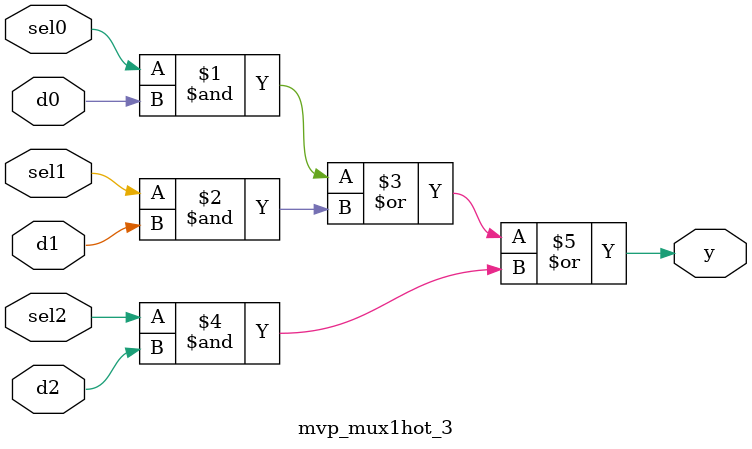
<source format=v>

`include "m14k_const.vh"
module mvp_mux1hot_3(
	y,
	sel0,
	d0,
	sel1,
	d1,
	sel2,
	d2
);
// synopsys template
parameter WIDTH = 1;

output [WIDTH-1:0]	y;

input			sel0;
input			sel1;
input			sel2;
input  [WIDTH-1:0]	d0;
input  [WIDTH-1:0]	d1;
input  [WIDTH-1:0]	d2;


 assign y = 
	{WIDTH{sel0}} & d0 |
	{WIDTH{sel1}} & d1 |
	{WIDTH{sel2}} & d2 ;


endmodule

</source>
